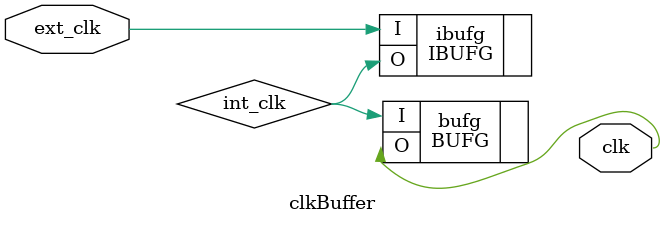
<source format=v>
`timescale 1ns / 1ps
module clkBuffer(
	input ext_clk,
	output clk
    );
	 
	IBUFG ibufg(.I(ext_clk), .O(int_clk)); // map ext_clk to internal distributed clock bus
	BUFG bufg(.I(int_clk), .O(clk));

endmodule

</source>
